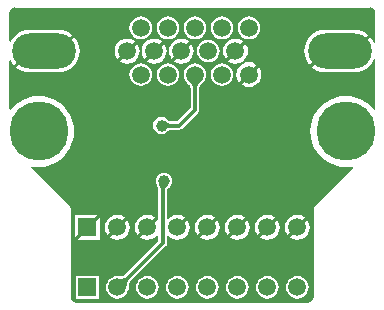
<source format=gbl>
G04*
G04 #@! TF.GenerationSoftware,Altium Limited,Altium Designer,18.0.12 (696)*
G04*
G04 Layer_Physical_Order=2*
G04 Layer_Color=65280*
%FSLAX44Y44*%
%MOMM*%
G71*
G01*
G75*
%ADD21C,1.0000*%
%ADD22C,0.3000*%
%ADD23R,1.5000X1.5000*%
%ADD24C,1.5000*%
%ADD25O,5.4000X3.0000*%
%ADD26C,5.0000*%
G36*
X311901Y254590D02*
X313513Y253513D01*
X314590Y251901D01*
X314935Y250167D01*
X314902Y250000D01*
Y224873D01*
X313632Y224685D01*
X313560Y224922D01*
X311889Y228049D01*
X310596Y229624D01*
X297911Y216939D01*
X295789Y219061D01*
X308474Y231746D01*
X306899Y233039D01*
X303772Y234710D01*
X300379Y235739D01*
X296850Y236087D01*
X272850D01*
X269321Y235739D01*
X265928Y234710D01*
X262801Y233039D01*
X260061Y230790D01*
X257811Y228049D01*
X256140Y224922D01*
X255110Y221529D01*
X254763Y218000D01*
X255110Y214471D01*
X256140Y211078D01*
X257811Y207951D01*
X259104Y206376D01*
X271789Y219061D01*
X273911Y216939D01*
X261226Y204254D01*
X262801Y202961D01*
X265928Y201290D01*
X269321Y200261D01*
X272850Y199913D01*
X296850D01*
X300379Y200261D01*
X303772Y201290D01*
X306899Y202961D01*
X309639Y205210D01*
X311889Y207951D01*
X313560Y211078D01*
X313632Y211315D01*
X314902Y211127D01*
Y168992D01*
X313632Y168524D01*
X311279Y171279D01*
X307688Y174345D01*
X303662Y176813D01*
X299299Y178620D01*
X294708Y179722D01*
X290000Y180093D01*
X285292Y179722D01*
X280701Y178620D01*
X276338Y176813D01*
X272312Y174345D01*
X268721Y171279D01*
X265655Y167688D01*
X263187Y163662D01*
X261380Y159299D01*
X260278Y154707D01*
X259907Y150000D01*
X260278Y145293D01*
X261380Y140701D01*
X263187Y136338D01*
X265655Y132312D01*
X268721Y128721D01*
X272312Y125654D01*
X276338Y123187D01*
X280701Y121380D01*
X285292Y120278D01*
X290000Y119907D01*
X294708Y120278D01*
X295539Y120477D01*
X296160Y119369D01*
X264395Y87605D01*
X263290Y85951D01*
X262902Y84000D01*
Y10000D01*
X262935Y9833D01*
X262590Y8099D01*
X261513Y6487D01*
X259901Y5410D01*
X258167Y5065D01*
X258000Y5098D01*
X63267Y5098D01*
X63243Y5098D01*
X62000Y5098D01*
X60801Y5270D01*
X60099Y5410D01*
X58487Y6487D01*
X57410Y8099D01*
X57065Y9833D01*
X57098Y10000D01*
Y84000D01*
X56710Y85951D01*
X55605Y87605D01*
X23840Y119369D01*
X24461Y120477D01*
X25292Y120278D01*
X30000Y119907D01*
X34708Y120278D01*
X39299Y121380D01*
X43662Y123187D01*
X47688Y125654D01*
X51279Y128721D01*
X54345Y132312D01*
X56813Y136338D01*
X58620Y140701D01*
X59722Y145293D01*
X60093Y150000D01*
X59722Y154707D01*
X58620Y159299D01*
X56813Y163662D01*
X54345Y167688D01*
X51279Y171279D01*
X47688Y174345D01*
X43662Y176813D01*
X39299Y178620D01*
X34708Y179722D01*
X30000Y180093D01*
X25292Y179722D01*
X20701Y178620D01*
X16338Y176813D01*
X12312Y174345D01*
X8721Y171279D01*
X6368Y168524D01*
X5098Y168992D01*
Y209772D01*
X6368Y210090D01*
X7511Y207951D01*
X8804Y206376D01*
X21489Y219061D01*
X23611Y216939D01*
X10926Y204254D01*
X12501Y202961D01*
X15628Y201290D01*
X19021Y200261D01*
X22550Y199913D01*
X46550D01*
X50079Y200261D01*
X53472Y201290D01*
X56599Y202961D01*
X59339Y205210D01*
X61589Y207951D01*
X63260Y211078D01*
X64289Y214471D01*
X64637Y218000D01*
X64289Y221529D01*
X63260Y224922D01*
X61589Y228049D01*
X60296Y229624D01*
X47611Y216939D01*
X45489Y219061D01*
X58174Y231746D01*
X56599Y233039D01*
X53472Y234710D01*
X50079Y235739D01*
X46550Y236087D01*
X22550D01*
X19021Y235739D01*
X15628Y234710D01*
X12501Y233039D01*
X9761Y230790D01*
X7511Y228049D01*
X6368Y225910D01*
X5098Y226228D01*
Y250000D01*
X5065Y250167D01*
X5410Y251901D01*
X6487Y253513D01*
X8099Y254590D01*
X9833Y254935D01*
X10000Y254902D01*
X310000Y254902D01*
X310167Y254935D01*
X311901Y254590D01*
D02*
G37*
%LPC*%
G36*
X208050Y247382D02*
X205570Y247055D01*
X203259Y246098D01*
X201275Y244575D01*
X199752Y242591D01*
X198794Y240280D01*
X198468Y237800D01*
X198794Y235320D01*
X199752Y233009D01*
X201275Y231024D01*
X203259Y229502D01*
X205570Y228545D01*
X208050Y228218D01*
X210530Y228545D01*
X212841Y229502D01*
X214825Y231024D01*
X216348Y233009D01*
X217305Y235320D01*
X217632Y237800D01*
X217305Y240280D01*
X216348Y242591D01*
X214825Y244575D01*
X212841Y246098D01*
X210530Y247055D01*
X208050Y247382D01*
D02*
G37*
G36*
X185150D02*
X182670Y247055D01*
X180359Y246098D01*
X178375Y244575D01*
X176852Y242591D01*
X175895Y240280D01*
X175568Y237800D01*
X175895Y235320D01*
X176852Y233009D01*
X178375Y231024D01*
X180359Y229502D01*
X182670Y228545D01*
X185150Y228218D01*
X187630Y228545D01*
X189941Y229502D01*
X191925Y231024D01*
X193448Y233009D01*
X194405Y235320D01*
X194732Y237800D01*
X194405Y240280D01*
X193448Y242591D01*
X191925Y244575D01*
X189941Y246098D01*
X187630Y247055D01*
X185150Y247382D01*
D02*
G37*
G36*
X162250D02*
X159770Y247055D01*
X157459Y246098D01*
X155475Y244575D01*
X153952Y242591D01*
X152994Y240280D01*
X152668Y237800D01*
X152994Y235320D01*
X153952Y233009D01*
X155475Y231024D01*
X157459Y229502D01*
X159770Y228545D01*
X162250Y228218D01*
X164730Y228545D01*
X167041Y229502D01*
X169025Y231024D01*
X170548Y233009D01*
X171505Y235320D01*
X171832Y237800D01*
X171505Y240280D01*
X170548Y242591D01*
X169025Y244575D01*
X167041Y246098D01*
X164730Y247055D01*
X162250Y247382D01*
D02*
G37*
G36*
X139350D02*
X136870Y247055D01*
X134559Y246098D01*
X132575Y244575D01*
X131052Y242591D01*
X130094Y240280D01*
X129768Y237800D01*
X130094Y235320D01*
X131052Y233009D01*
X132575Y231024D01*
X134559Y229502D01*
X136870Y228545D01*
X139350Y228218D01*
X141830Y228545D01*
X144141Y229502D01*
X146125Y231024D01*
X147648Y233009D01*
X148605Y235320D01*
X148932Y237800D01*
X148605Y240280D01*
X147648Y242591D01*
X146125Y244575D01*
X144141Y246098D01*
X141830Y247055D01*
X139350Y247382D01*
D02*
G37*
G36*
X116450D02*
X113970Y247055D01*
X111659Y246098D01*
X109675Y244575D01*
X108152Y242591D01*
X107194Y240280D01*
X106868Y237800D01*
X107194Y235320D01*
X108152Y233009D01*
X109675Y231024D01*
X111659Y229502D01*
X113970Y228545D01*
X116450Y228218D01*
X118930Y228545D01*
X121241Y229502D01*
X123225Y231024D01*
X124748Y233009D01*
X125705Y235320D01*
X126032Y237800D01*
X125705Y240280D01*
X124748Y242591D01*
X123225Y244575D01*
X121241Y246098D01*
X118930Y247055D01*
X116450Y247382D01*
D02*
G37*
G36*
X196600Y228591D02*
X193859Y228230D01*
X191305Y227172D01*
X189111Y225489D01*
X187428Y223295D01*
X186370Y220741D01*
X186009Y218000D01*
X186370Y215259D01*
X187428Y212705D01*
X188190Y211712D01*
X195539Y219061D01*
X202888Y226410D01*
X201895Y227172D01*
X199341Y228230D01*
X196600Y228591D01*
D02*
G37*
G36*
X150800D02*
X148059Y228230D01*
X145505Y227172D01*
X143311Y225489D01*
X141628Y223295D01*
X140570Y220741D01*
X140209Y218000D01*
X140570Y215259D01*
X141628Y212705D01*
X142390Y211712D01*
X149739Y219061D01*
X157088Y226410D01*
X156095Y227172D01*
X153541Y228230D01*
X150800Y228591D01*
D02*
G37*
G36*
X127900D02*
X125159Y228230D01*
X122605Y227172D01*
X120411Y225489D01*
X118728Y223295D01*
X117670Y220741D01*
X117309Y218000D01*
X117670Y215259D01*
X118728Y212705D01*
X119490Y211712D01*
X126839Y219061D01*
X134188Y226410D01*
X133195Y227172D01*
X130641Y228230D01*
X127900Y228591D01*
D02*
G37*
G36*
X105000D02*
X102259Y228230D01*
X99705Y227172D01*
X97511Y225489D01*
X95828Y223295D01*
X94770Y220741D01*
X94409Y218000D01*
X94770Y215259D01*
X95828Y212705D01*
X96590Y211712D01*
X103939Y219061D01*
X111288Y226410D01*
X110295Y227172D01*
X107741Y228230D01*
X105000Y228591D01*
D02*
G37*
G36*
X173700Y227582D02*
X171220Y227255D01*
X168909Y226298D01*
X166924Y224775D01*
X165402Y222791D01*
X164445Y220480D01*
X164118Y218000D01*
X164445Y215520D01*
X165402Y213209D01*
X166924Y211224D01*
X168909Y209702D01*
X171220Y208745D01*
X173700Y208418D01*
X176180Y208745D01*
X178491Y209702D01*
X180475Y211224D01*
X181998Y213209D01*
X182955Y215520D01*
X183282Y218000D01*
X182955Y220480D01*
X181998Y222791D01*
X180475Y224775D01*
X178491Y226298D01*
X176180Y227255D01*
X173700Y227582D01*
D02*
G37*
G36*
X205010Y224288D02*
X197661Y216939D01*
X190312Y209590D01*
X191305Y208828D01*
X193859Y207770D01*
X196600Y207409D01*
X199341Y207770D01*
X201895Y208828D01*
X204089Y210511D01*
X205772Y212705D01*
X206830Y215259D01*
X207191Y218000D01*
X206830Y220741D01*
X205772Y223295D01*
X205010Y224288D01*
D02*
G37*
G36*
X159210D02*
X151861Y216939D01*
X144512Y209590D01*
X145505Y208828D01*
X148059Y207770D01*
X150800Y207409D01*
X153541Y207770D01*
X156095Y208828D01*
X158289Y210511D01*
X159972Y212705D01*
X161030Y215259D01*
X161391Y218000D01*
X161030Y220741D01*
X159972Y223295D01*
X159210Y224288D01*
D02*
G37*
G36*
X136310D02*
X128961Y216939D01*
X121612Y209590D01*
X122605Y208828D01*
X125159Y207770D01*
X127900Y207409D01*
X130641Y207770D01*
X133195Y208828D01*
X135389Y210511D01*
X137072Y212705D01*
X138130Y215259D01*
X138491Y218000D01*
X138130Y220741D01*
X137072Y223295D01*
X136310Y224288D01*
D02*
G37*
G36*
X113410D02*
X106061Y216939D01*
X98712Y209590D01*
X99705Y208828D01*
X102259Y207770D01*
X105000Y207409D01*
X107741Y207770D01*
X110295Y208828D01*
X112489Y210511D01*
X114172Y212705D01*
X115230Y215259D01*
X115591Y218000D01*
X115230Y220741D01*
X114172Y223295D01*
X113410Y224288D01*
D02*
G37*
G36*
X208050Y208791D02*
X205309Y208430D01*
X202755Y207372D01*
X200561Y205689D01*
X198878Y203495D01*
X197820Y200941D01*
X197459Y198200D01*
X197820Y195459D01*
X198878Y192905D01*
X199640Y191912D01*
X206989Y199261D01*
X214338Y206610D01*
X213345Y207372D01*
X210791Y208430D01*
X208050Y208791D01*
D02*
G37*
G36*
X185150Y207782D02*
X182670Y207455D01*
X180359Y206498D01*
X178375Y204975D01*
X176852Y202991D01*
X175895Y200680D01*
X175568Y198200D01*
X175895Y195720D01*
X176852Y193409D01*
X178375Y191425D01*
X180359Y189902D01*
X182670Y188944D01*
X185150Y188618D01*
X187630Y188944D01*
X189941Y189902D01*
X191925Y191425D01*
X193448Y193409D01*
X194405Y195720D01*
X194732Y198200D01*
X194405Y200680D01*
X193448Y202991D01*
X191925Y204975D01*
X189941Y206498D01*
X187630Y207455D01*
X185150Y207782D01*
D02*
G37*
G36*
X139350D02*
X136870Y207455D01*
X134559Y206498D01*
X132575Y204975D01*
X131052Y202991D01*
X130094Y200680D01*
X129768Y198200D01*
X130094Y195720D01*
X131052Y193409D01*
X132575Y191425D01*
X134559Y189902D01*
X136870Y188944D01*
X139350Y188618D01*
X141830Y188944D01*
X144141Y189902D01*
X146125Y191425D01*
X147648Y193409D01*
X148605Y195720D01*
X148932Y198200D01*
X148605Y200680D01*
X147648Y202991D01*
X146125Y204975D01*
X144141Y206498D01*
X141830Y207455D01*
X139350Y207782D01*
D02*
G37*
G36*
X116450D02*
X113970Y207455D01*
X111659Y206498D01*
X109675Y204975D01*
X108152Y202991D01*
X107194Y200680D01*
X106868Y198200D01*
X107194Y195720D01*
X108152Y193409D01*
X109675Y191425D01*
X111659Y189902D01*
X113970Y188944D01*
X116450Y188618D01*
X118930Y188944D01*
X121241Y189902D01*
X123225Y191425D01*
X124748Y193409D01*
X125705Y195720D01*
X126032Y198200D01*
X125705Y200680D01*
X124748Y202991D01*
X123225Y204975D01*
X121241Y206498D01*
X118930Y207455D01*
X116450Y207782D01*
D02*
G37*
G36*
X216460Y204488D02*
X209111Y197139D01*
X201762Y189790D01*
X202755Y189028D01*
X205309Y187970D01*
X208050Y187609D01*
X210791Y187970D01*
X213345Y189028D01*
X215539Y190711D01*
X217222Y192905D01*
X218280Y195459D01*
X218641Y198200D01*
X218280Y200941D01*
X217222Y203495D01*
X216460Y204488D01*
D02*
G37*
G36*
X162250Y207782D02*
X159770Y207455D01*
X157459Y206498D01*
X155475Y204975D01*
X153952Y202991D01*
X152994Y200680D01*
X152668Y198200D01*
X152994Y195720D01*
X153952Y193409D01*
X155475Y191425D01*
X155694Y191257D01*
X156814Y190065D01*
X157293Y189475D01*
X157708Y188901D01*
X158044Y188365D01*
X158305Y187870D01*
X158494Y187420D01*
X158618Y187018D01*
X158681Y186688D01*
Y169728D01*
X147522Y158569D01*
X141395D01*
X141253Y158588D01*
X140999Y158647D01*
X140741Y158731D01*
X140477Y158843D01*
X140206Y158986D01*
X139924Y159164D01*
X139633Y159379D01*
X139334Y159633D01*
X139082Y159875D01*
X138993Y159992D01*
X137530Y161115D01*
X135827Y161820D01*
X134000Y162060D01*
X132173Y161820D01*
X130470Y161115D01*
X129008Y159992D01*
X127886Y158530D01*
X127180Y156827D01*
X126940Y155000D01*
X127180Y153173D01*
X127886Y151470D01*
X129008Y150007D01*
X130470Y148885D01*
X132173Y148180D01*
X134000Y147940D01*
X135827Y148180D01*
X137530Y148885D01*
X138993Y150007D01*
X139082Y150125D01*
X139334Y150367D01*
X139633Y150621D01*
X139924Y150836D01*
X140205Y151013D01*
X140477Y151157D01*
X140741Y151269D01*
X140999Y151353D01*
X141253Y151412D01*
X141395Y151431D01*
X149000D01*
X150366Y151703D01*
X151523Y152477D01*
X164773Y165727D01*
X165547Y166884D01*
X165819Y168250D01*
Y186688D01*
X165882Y187018D01*
X166006Y187420D01*
X166195Y187870D01*
X166456Y188365D01*
X166792Y188901D01*
X167191Y189454D01*
X168292Y190739D01*
X168778Y191235D01*
X169025Y191425D01*
X170548Y193409D01*
X171505Y195720D01*
X171832Y198200D01*
X171505Y200680D01*
X170548Y202991D01*
X169025Y204975D01*
X167041Y206498D01*
X164730Y207455D01*
X162250Y207782D01*
D02*
G37*
G36*
X96600Y79391D02*
X93859Y79030D01*
X91305Y77972D01*
X89111Y76289D01*
X87428Y74095D01*
X86370Y71541D01*
X86009Y68800D01*
X86370Y66059D01*
X87428Y63505D01*
X88190Y62512D01*
X95539Y69861D01*
X102888Y77210D01*
X101895Y77972D01*
X99341Y79030D01*
X96600Y79391D01*
D02*
G37*
G36*
X249000D02*
X246259Y79030D01*
X243705Y77972D01*
X241511Y76289D01*
X239828Y74095D01*
X238770Y71541D01*
X238409Y68800D01*
X238770Y66059D01*
X239828Y63505D01*
X240590Y62512D01*
X247939Y69861D01*
X255288Y77210D01*
X254295Y77972D01*
X251741Y79030D01*
X249000Y79391D01*
D02*
G37*
G36*
X223600D02*
X220859Y79030D01*
X218305Y77972D01*
X216111Y76289D01*
X214428Y74095D01*
X213370Y71541D01*
X213009Y68800D01*
X213370Y66059D01*
X214428Y63505D01*
X215190Y62512D01*
X222539Y69861D01*
X229888Y77210D01*
X228895Y77972D01*
X226341Y79030D01*
X223600Y79391D01*
D02*
G37*
G36*
X198200D02*
X195459Y79030D01*
X192905Y77972D01*
X190711Y76289D01*
X189028Y74095D01*
X187970Y71541D01*
X187609Y68800D01*
X187970Y66059D01*
X189028Y63505D01*
X189790Y62512D01*
X197139Y69861D01*
X204488Y77210D01*
X203495Y77972D01*
X200941Y79030D01*
X198200Y79391D01*
D02*
G37*
G36*
X172800D02*
X170059Y79030D01*
X167505Y77972D01*
X165311Y76289D01*
X163628Y74095D01*
X162570Y71541D01*
X162209Y68800D01*
X162570Y66059D01*
X163628Y63505D01*
X164390Y62512D01*
X171739Y69861D01*
X179088Y77210D01*
X178095Y77972D01*
X175541Y79030D01*
X172800Y79391D01*
D02*
G37*
G36*
X122000D02*
X119259Y79030D01*
X116705Y77972D01*
X114511Y76289D01*
X112828Y74095D01*
X111770Y71541D01*
X111409Y68800D01*
X111770Y66059D01*
X112828Y63505D01*
X113590Y62512D01*
X120939Y69861D01*
X128288Y77210D01*
X127295Y77972D01*
X124741Y79030D01*
X122000Y79391D01*
D02*
G37*
G36*
X79579Y79300D02*
X60700D01*
Y60421D01*
X70139Y69861D01*
X79579Y79300D01*
D02*
G37*
G36*
X81700Y77179D02*
X72261Y67739D01*
X62821Y58300D01*
X81700D01*
Y77179D01*
D02*
G37*
G36*
X257410Y75088D02*
X250061Y67739D01*
X242712Y60390D01*
X243705Y59628D01*
X246259Y58570D01*
X249000Y58209D01*
X251741Y58570D01*
X254295Y59628D01*
X256489Y61311D01*
X258172Y63505D01*
X259230Y66059D01*
X259591Y68800D01*
X259230Y71541D01*
X258172Y74095D01*
X257410Y75088D01*
D02*
G37*
G36*
X232010D02*
X224661Y67739D01*
X217312Y60390D01*
X218305Y59628D01*
X220859Y58570D01*
X223600Y58209D01*
X226341Y58570D01*
X228895Y59628D01*
X231089Y61311D01*
X232772Y63505D01*
X233830Y66059D01*
X234191Y68800D01*
X233830Y71541D01*
X232772Y74095D01*
X232010Y75088D01*
D02*
G37*
G36*
X206610D02*
X199261Y67739D01*
X191912Y60390D01*
X192905Y59628D01*
X195459Y58570D01*
X198200Y58209D01*
X200941Y58570D01*
X203495Y59628D01*
X205689Y61311D01*
X207372Y63505D01*
X208430Y66059D01*
X208791Y68800D01*
X208430Y71541D01*
X207372Y74095D01*
X206610Y75088D01*
D02*
G37*
G36*
X181210D02*
X173861Y67739D01*
X166512Y60390D01*
X167505Y59628D01*
X170059Y58570D01*
X172800Y58209D01*
X175541Y58570D01*
X178095Y59628D01*
X180289Y61311D01*
X181972Y63505D01*
X183030Y66059D01*
X183391Y68800D01*
X183030Y71541D01*
X181972Y74095D01*
X181210Y75088D01*
D02*
G37*
G36*
X136000Y115060D02*
X134173Y114820D01*
X132470Y114115D01*
X131008Y112992D01*
X129886Y111530D01*
X129180Y109827D01*
X128940Y108000D01*
X129180Y106173D01*
X129886Y104470D01*
X130112Y104174D01*
X130144Y104095D01*
X130419Y103669D01*
X130875Y102848D01*
X131033Y102505D01*
X131171Y102158D01*
X131280Y101827D01*
X131361Y101514D01*
X131417Y101217D01*
X131431Y101089D01*
Y75843D01*
X131027Y75706D01*
X123061Y67739D01*
X115712Y60390D01*
X116705Y59628D01*
X119259Y58570D01*
X122000Y58209D01*
X124741Y58570D01*
X127295Y59628D01*
X129489Y61311D01*
X130161Y62188D01*
X131431Y61757D01*
Y56878D01*
X102790Y28237D01*
X102511Y28050D01*
X102157Y27870D01*
X101734Y27711D01*
X101235Y27578D01*
X100659Y27477D01*
X100037Y27417D01*
X98442Y27419D01*
X97547Y27492D01*
X97408Y27476D01*
X96600Y27582D01*
X94120Y27255D01*
X91809Y26298D01*
X89825Y24775D01*
X88302Y22791D01*
X87345Y20480D01*
X87018Y18000D01*
X87345Y15520D01*
X88302Y13209D01*
X89825Y11224D01*
X91809Y9702D01*
X94120Y8745D01*
X96600Y8418D01*
X99080Y8745D01*
X101391Y9702D01*
X103376Y11224D01*
X104898Y13209D01*
X105856Y15520D01*
X106049Y16988D01*
X106102Y17163D01*
X106203Y18160D01*
X106481Y19928D01*
X106644Y20646D01*
X106831Y21298D01*
X107032Y21862D01*
X107242Y22337D01*
X107454Y22723D01*
X107641Y22995D01*
X137523Y52877D01*
X138297Y54034D01*
X138569Y55400D01*
Y61086D01*
X139771Y61494D01*
X139911Y61311D01*
X142105Y59628D01*
X144659Y58570D01*
X147400Y58209D01*
X150141Y58570D01*
X152695Y59628D01*
X154889Y61311D01*
X156572Y63505D01*
X157630Y66059D01*
X157991Y68800D01*
X157630Y71541D01*
X156572Y74095D01*
X155810Y75088D01*
X148461Y67739D01*
X146339Y69861D01*
X153688Y77210D01*
X152695Y77972D01*
X150141Y79030D01*
X147400Y79391D01*
X144659Y79030D01*
X142105Y77972D01*
X139911Y76289D01*
X139771Y76106D01*
X138569Y76514D01*
Y100380D01*
X138589Y100515D01*
X138644Y100725D01*
X138719Y100920D01*
X138816Y101109D01*
X138940Y101297D01*
X139097Y101488D01*
X139294Y101685D01*
X139535Y101885D01*
X139887Y102133D01*
X139983Y102233D01*
X140992Y103008D01*
X142114Y104470D01*
X142820Y106173D01*
X143060Y108000D01*
X142820Y109827D01*
X142114Y111530D01*
X140992Y112992D01*
X139530Y114115D01*
X137827Y114820D01*
X136000Y115060D01*
D02*
G37*
G36*
X105010Y75088D02*
X97661Y67739D01*
X90312Y60390D01*
X91305Y59628D01*
X93859Y58570D01*
X96600Y58209D01*
X99341Y58570D01*
X101895Y59628D01*
X104089Y61311D01*
X105772Y63505D01*
X106830Y66059D01*
X107191Y68800D01*
X106830Y71541D01*
X105772Y74095D01*
X105010Y75088D01*
D02*
G37*
G36*
X80700Y27500D02*
X61700D01*
Y8500D01*
X80700D01*
Y27500D01*
D02*
G37*
G36*
X249000Y27582D02*
X246520Y27255D01*
X244209Y26298D01*
X242225Y24775D01*
X240702Y22791D01*
X239745Y20480D01*
X239418Y18000D01*
X239745Y15520D01*
X240702Y13209D01*
X242225Y11224D01*
X244209Y9702D01*
X246520Y8745D01*
X249000Y8418D01*
X251480Y8745D01*
X253791Y9702D01*
X255776Y11224D01*
X257298Y13209D01*
X258256Y15520D01*
X258582Y18000D01*
X258256Y20480D01*
X257298Y22791D01*
X255776Y24775D01*
X253791Y26298D01*
X251480Y27255D01*
X249000Y27582D01*
D02*
G37*
G36*
X223600D02*
X221120Y27255D01*
X218809Y26298D01*
X216825Y24775D01*
X215302Y22791D01*
X214345Y20480D01*
X214018Y18000D01*
X214345Y15520D01*
X215302Y13209D01*
X216825Y11224D01*
X218809Y9702D01*
X221120Y8745D01*
X223600Y8418D01*
X226080Y8745D01*
X228391Y9702D01*
X230375Y11224D01*
X231898Y13209D01*
X232855Y15520D01*
X233182Y18000D01*
X232855Y20480D01*
X231898Y22791D01*
X230375Y24775D01*
X228391Y26298D01*
X226080Y27255D01*
X223600Y27582D01*
D02*
G37*
G36*
X198200D02*
X195720Y27255D01*
X193409Y26298D01*
X191425Y24775D01*
X189902Y22791D01*
X188945Y20480D01*
X188618Y18000D01*
X188945Y15520D01*
X189902Y13209D01*
X191425Y11224D01*
X193409Y9702D01*
X195720Y8745D01*
X198200Y8418D01*
X200680Y8745D01*
X202991Y9702D01*
X204975Y11224D01*
X206498Y13209D01*
X207456Y15520D01*
X207782Y18000D01*
X207456Y20480D01*
X206498Y22791D01*
X204975Y24775D01*
X202991Y26298D01*
X200680Y27255D01*
X198200Y27582D01*
D02*
G37*
G36*
X172800D02*
X170320Y27255D01*
X168009Y26298D01*
X166025Y24775D01*
X164502Y22791D01*
X163545Y20480D01*
X163218Y18000D01*
X163545Y15520D01*
X164502Y13209D01*
X166025Y11224D01*
X168009Y9702D01*
X170320Y8745D01*
X172800Y8418D01*
X175280Y8745D01*
X177591Y9702D01*
X179576Y11224D01*
X181098Y13209D01*
X182055Y15520D01*
X182382Y18000D01*
X182055Y20480D01*
X181098Y22791D01*
X179576Y24775D01*
X177591Y26298D01*
X175280Y27255D01*
X172800Y27582D01*
D02*
G37*
G36*
X147400D02*
X144920Y27255D01*
X142609Y26298D01*
X140625Y24775D01*
X139102Y22791D01*
X138145Y20480D01*
X137818Y18000D01*
X138145Y15520D01*
X139102Y13209D01*
X140625Y11224D01*
X142609Y9702D01*
X144920Y8745D01*
X147400Y8418D01*
X149880Y8745D01*
X152191Y9702D01*
X154176Y11224D01*
X155698Y13209D01*
X156656Y15520D01*
X156982Y18000D01*
X156656Y20480D01*
X155698Y22791D01*
X154176Y24775D01*
X152191Y26298D01*
X149880Y27255D01*
X147400Y27582D01*
D02*
G37*
G36*
X122000D02*
X119520Y27255D01*
X117209Y26298D01*
X115225Y24775D01*
X113702Y22791D01*
X112745Y20480D01*
X112418Y18000D01*
X112745Y15520D01*
X113702Y13209D01*
X115225Y11224D01*
X117209Y9702D01*
X119520Y8745D01*
X122000Y8418D01*
X124480Y8745D01*
X126791Y9702D01*
X128776Y11224D01*
X130298Y13209D01*
X131256Y15520D01*
X131582Y18000D01*
X131256Y20480D01*
X130298Y22791D01*
X128776Y24775D01*
X126791Y26298D01*
X124480Y27255D01*
X122000Y27582D01*
D02*
G37*
%LPD*%
G36*
X166787Y192117D02*
X165588Y190716D01*
X165100Y190041D01*
X164688Y189383D01*
X164350Y188742D01*
X164088Y188119D01*
X163900Y187513D01*
X163787Y186924D01*
X163750Y186352D01*
X160750D01*
X160713Y186924D01*
X160600Y187513D01*
X160413Y188119D01*
X160150Y188742D01*
X159812Y189383D01*
X159400Y190041D01*
X158912Y190716D01*
X158350Y191408D01*
X157000Y192844D01*
X167500D01*
X166787Y192117D01*
D02*
G37*
G36*
X137966Y158120D02*
X138366Y157780D01*
X138772Y157480D01*
X139184Y157220D01*
X139601Y157000D01*
X140023Y156820D01*
X140452Y156680D01*
X140885Y156580D01*
X141325Y156520D01*
X141770Y156500D01*
Y153500D01*
X141325Y153480D01*
X140885Y153420D01*
X140452Y153320D01*
X140023Y153180D01*
X139601Y153000D01*
X139184Y152780D01*
X138772Y152520D01*
X138366Y152220D01*
X137966Y151880D01*
X137571Y151500D01*
Y158500D01*
X137966Y158120D01*
D02*
G37*
G36*
X138715Y103801D02*
X138294Y103506D01*
X137918Y103192D01*
X137585Y102860D01*
X137297Y102510D01*
X137054Y102141D01*
X136854Y101754D01*
X136699Y101349D01*
X136589Y100926D01*
X136522Y100485D01*
X136500Y100025D01*
X133500Y100670D01*
X133484Y101093D01*
X133434Y101523D01*
X133352Y101959D01*
X133237Y102402D01*
X133089Y102852D01*
X132908Y103308D01*
X132695Y103772D01*
X132169Y104718D01*
X131857Y105201D01*
X138715Y103801D01*
D02*
G37*
G36*
X106411Y24690D02*
X106050Y24279D01*
X105717Y23796D01*
X105412Y23242D01*
X105136Y22617D01*
X104888Y21921D01*
X104669Y21153D01*
X104477Y20313D01*
X104180Y18421D01*
X104073Y17368D01*
X97382Y25459D01*
X98358Y25380D01*
X100134Y25378D01*
X100934Y25455D01*
X101674Y25585D01*
X102356Y25767D01*
X102979Y26001D01*
X103544Y26287D01*
X104049Y26625D01*
X104495Y27016D01*
X106411Y24690D01*
D02*
G37*
D21*
X136000Y108000D02*
D03*
X134000Y155000D02*
D03*
D22*
X135000Y55400D02*
Y107000D01*
X136000Y108000D01*
X162250Y168250D02*
Y198200D01*
X149000Y155000D02*
X162250Y168250D01*
X134000Y155000D02*
X149000D01*
X96600Y17000D02*
X135000Y55400D01*
D23*
X71200Y18000D02*
D03*
Y68800D02*
D03*
D24*
X96600Y18000D02*
D03*
X122000D02*
D03*
X147400D02*
D03*
X172800D02*
D03*
X198200D02*
D03*
X249000D02*
D03*
X223600D02*
D03*
Y68800D02*
D03*
X249000D02*
D03*
X198200D02*
D03*
X172800D02*
D03*
X147400D02*
D03*
X122000D02*
D03*
X96600D02*
D03*
X116450Y198200D02*
D03*
X139350D02*
D03*
X162250D02*
D03*
X185150D02*
D03*
X208050D02*
D03*
X105000Y218000D02*
D03*
X127900D02*
D03*
X150800D02*
D03*
X173700D02*
D03*
X196600D02*
D03*
X116450Y237800D02*
D03*
X139350D02*
D03*
X162250D02*
D03*
X185150D02*
D03*
X208050D02*
D03*
D25*
X284850Y218000D02*
D03*
X34550D02*
D03*
D26*
X30000Y150000D02*
D03*
X290000D02*
D03*
M02*

</source>
